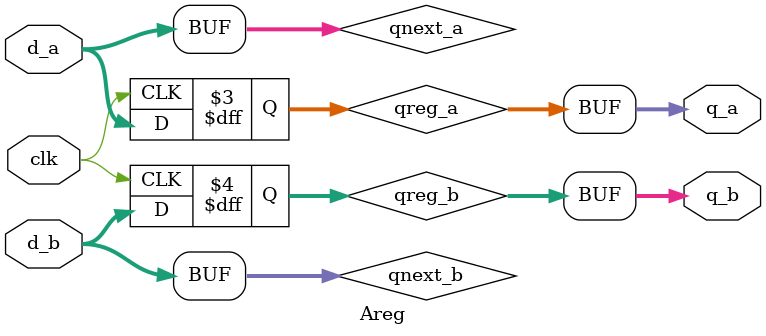
<source format=sv>
`timescale 1ns / 1ps


module Areg(input logic clk,
            input logic [31:0] d_a,
            input logic [31:0] d_b,
            output logic [31:0] q_a,
            output logic [31:0] q_b);
            
            logic [31:0]qreg_a,qnext_a;
            logic [31:0] qreg_b,qnext_b;
            always_ff@(posedge clk)
            begin
                qreg_a<=qnext_a;
                qreg_b<=qnext_b;
            end
            always_comb
            begin
                qnext_a=d_a;
                qnext_b=d_b;
                
            end
            assign q_a=qreg_a;
            assign q_b=qreg_b;
    
endmodule

</source>
